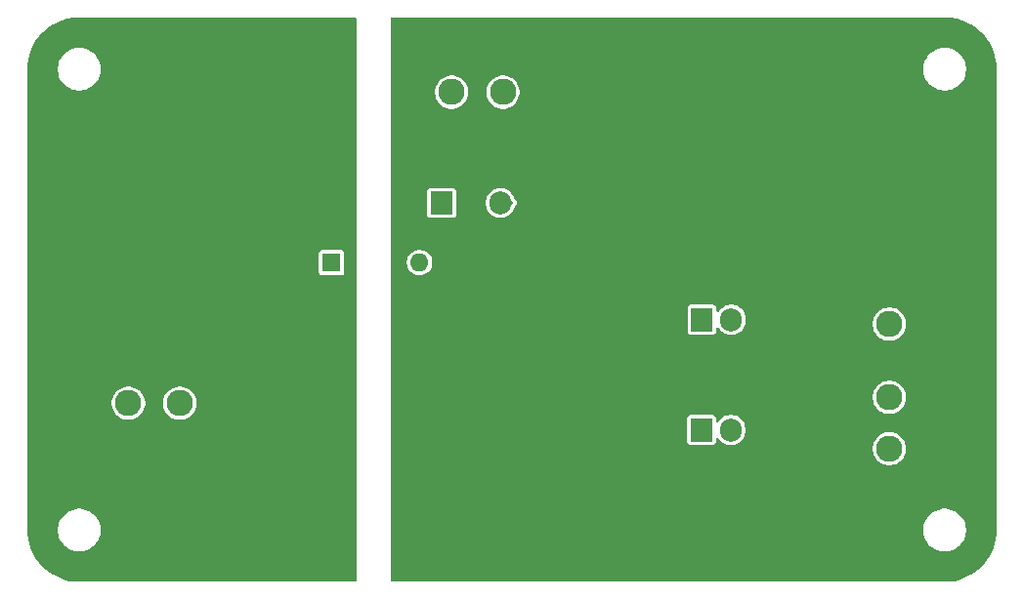
<source format=gbr>
%TF.GenerationSoftware,KiCad,Pcbnew,9.0.0*%
%TF.CreationDate,2025-04-18T20:07:31-05:00*%
%TF.ProjectId,RML,524d4c2e-6b69-4636-9164-5f7063625858,rev?*%
%TF.SameCoordinates,PX3473bc0PY2160ec0*%
%TF.FileFunction,Copper,L4,Bot*%
%TF.FilePolarity,Positive*%
%FSLAX46Y46*%
G04 Gerber Fmt 4.6, Leading zero omitted, Abs format (unit mm)*
G04 Created by KiCad (PCBNEW 9.0.0) date 2025-04-18 20:07:31*
%MOMM*%
%LPD*%
G01*
G04 APERTURE LIST*
%TA.AperFunction,ComponentPad*%
%ADD10R,1.905000X2.000000*%
%TD*%
%TA.AperFunction,ComponentPad*%
%ADD11O,1.905000X2.000000*%
%TD*%
%TA.AperFunction,ComponentPad*%
%ADD12R,1.600000X1.600000*%
%TD*%
%TA.AperFunction,ComponentPad*%
%ADD13O,1.600000X1.600000*%
%TD*%
%TA.AperFunction,ComponentPad*%
%ADD14C,2.286000*%
%TD*%
%TA.AperFunction,ViaPad*%
%ADD15C,0.800000*%
%TD*%
%TA.AperFunction,ViaPad*%
%ADD16C,0.700000*%
%TD*%
%TA.AperFunction,Conductor*%
%ADD17C,0.500000*%
%TD*%
G04 APERTURE END LIST*
D10*
%TO.P,Q102,1,G*%
%TO.N,/DRIVE*%
X58960000Y-26745000D03*
D11*
%TO.P,Q102,2,D*%
%TO.N,Net-(Q102-D)*%
X61500000Y-26745000D03*
%TO.P,Q102,3,S*%
%TO.N,GND*%
X64040000Y-26745000D03*
%TD*%
D12*
%TO.P,U103,1*%
%TO.N,12.5 mA*%
X26878000Y-21795000D03*
D13*
%TO.P,U103,2*%
%TO.N,GNDPWR*%
X26878000Y-24335000D03*
%TO.P,U103,3*%
%TO.N,GND*%
X34498000Y-24335000D03*
%TO.P,U103,4*%
%TO.N,Net-(R109-Pad2)*%
X34498000Y-21795000D03*
%TD*%
D14*
%TO.P,U101,1,1*%
%TO.N,352.8V*%
X13714000Y-34000000D03*
%TO.P,U101,2,2*%
%TO.N,GNDPWR*%
X20064000Y-34000000D03*
%TO.P,U101,3*%
%TO.N,N/C*%
X9269000Y-34000000D03*
%TD*%
%TO.P,U106,1,1*%
%TO.N,+12V*%
X41714000Y-7000000D03*
%TO.P,U106,2,2*%
%TO.N,GND*%
X48064000Y-7000000D03*
%TO.P,U106,3*%
%TO.N,N/C*%
X37269000Y-7000000D03*
%TD*%
D10*
%TO.P,U107,1,VI*%
%TO.N,+12V*%
X36420000Y-16611000D03*
D11*
%TO.P,U107,2,GND*%
%TO.N,GND*%
X38960000Y-16611000D03*
%TO.P,U107,3,VO*%
%TO.N,+5V*%
X41500000Y-16611000D03*
%TD*%
D10*
%TO.P,Q101,1,G*%
%TO.N,/DRIVE*%
X58920000Y-36300000D03*
D11*
%TO.P,Q101,2,D*%
%TO.N,Net-(Q101-D)*%
X61460000Y-36300000D03*
%TO.P,Q101,3,S*%
%TO.N,GND*%
X64000000Y-36300000D03*
%TD*%
D14*
%TO.P,U105,1,1*%
%TO.N,Net-(Q101-D)*%
X75200000Y-33486000D03*
%TO.P,U105,2,2*%
%TO.N,Net-(Q102-D)*%
X75200000Y-27136000D03*
%TO.P,U105,3*%
%TO.N,N/C*%
X75200000Y-37931000D03*
%TD*%
D15*
%TO.N,GND*%
X57500000Y-17500000D03*
X57500000Y-20000000D03*
X37500000Y-40000000D03*
X77500000Y-12500000D03*
X57500000Y-42500000D03*
X57500000Y-12500000D03*
X52500000Y-40000000D03*
X67500000Y-45000000D03*
X70000000Y-10000000D03*
X67500000Y-42500000D03*
X45000000Y-32500000D03*
X57500000Y-45000000D03*
X52500000Y-33000000D03*
X67500000Y-30000000D03*
X55000000Y-45000000D03*
X60000000Y-20000000D03*
X55000000Y-12500000D03*
X70000000Y-30000000D03*
X57500000Y-40000000D03*
X67500000Y-5000000D03*
X55000000Y-40000000D03*
X70000000Y-37500000D03*
X62500000Y-47500000D03*
X67500000Y-10000000D03*
X52500000Y-45000000D03*
X75000000Y-45000000D03*
X45000000Y-15000000D03*
X70000000Y-42500000D03*
X37500000Y-42500000D03*
X72500000Y-20000000D03*
X40000000Y-40000000D03*
X70000000Y-20000000D03*
X82500000Y-22500000D03*
X72500000Y-7500000D03*
X75000000Y-12500000D03*
X42500000Y-32500000D03*
X55000000Y-15000000D03*
X55000000Y-42500000D03*
X82500000Y-37500000D03*
X70000000Y-45000000D03*
D16*
X37100000Y-23600000D03*
D15*
X60000000Y-10000000D03*
X60000000Y-15000000D03*
X70000000Y-12500000D03*
X70000000Y-25000000D03*
X35000000Y-32500000D03*
X70000000Y-5000000D03*
X55000000Y-30000000D03*
X40000000Y-45000000D03*
X65000000Y-45000000D03*
X47500000Y-45000000D03*
X75000000Y-10000000D03*
X80000000Y-22500000D03*
X57500000Y-7500000D03*
X35000000Y-45000000D03*
X75000000Y-2500000D03*
X42500000Y-42500000D03*
X55000000Y-47500000D03*
X70000000Y-35000000D03*
X65000000Y-20000000D03*
X67500000Y-47500000D03*
X67500000Y-7500000D03*
X67500000Y-2500000D03*
X45000000Y-42500000D03*
X42500000Y-27500000D03*
X55000000Y-5000000D03*
X62500000Y-10000000D03*
X57500000Y-15000000D03*
X72500000Y-15000000D03*
X65000000Y-40000000D03*
X72500000Y-2500000D03*
X67500000Y-20000000D03*
X47500000Y-15000000D03*
X50000000Y-45000000D03*
X35000000Y-42500000D03*
X47500000Y-33000000D03*
X37500000Y-37500000D03*
X47500000Y-40000000D03*
X82500000Y-15000000D03*
X37500000Y-47500000D03*
X45000000Y-27500000D03*
X55000000Y-10000000D03*
X67500000Y-17500000D03*
X47500000Y-12500000D03*
X60000000Y-5000000D03*
X82500000Y-12500000D03*
X60000000Y-40000000D03*
X55000000Y-32500000D03*
X57500000Y-5000000D03*
X65000000Y-7500000D03*
X47500000Y-35000000D03*
X47500000Y-42500000D03*
X77500000Y-15000000D03*
X82500000Y-40000000D03*
X65000000Y-5000000D03*
X77500000Y-20000000D03*
X67500000Y-25000000D03*
X50000000Y-47500000D03*
X80000000Y-10000000D03*
X62500000Y-7500000D03*
X70000000Y-27500000D03*
X72500000Y-45000000D03*
X75000000Y-15000000D03*
X70000000Y-2500000D03*
X67500000Y-40000000D03*
X50000000Y-40000000D03*
X72500000Y-17500000D03*
X37500000Y-30000000D03*
X80000000Y-12500000D03*
X37500000Y-35000000D03*
X42500000Y-40000000D03*
X47500000Y-47500000D03*
X67500000Y-27500000D03*
X62500000Y-20000000D03*
X40000000Y-47500000D03*
X75000000Y-47500000D03*
X57500000Y-2500000D03*
X60000000Y-42500000D03*
D16*
X50076000Y-17740860D03*
D15*
X60000000Y-12500000D03*
X65000000Y-12500000D03*
X35000000Y-35000000D03*
X62500000Y-2500000D03*
X42500000Y-45000000D03*
X72500000Y-47500000D03*
X45000000Y-30000000D03*
X40000000Y-37500000D03*
X50000000Y-42500000D03*
X35000000Y-30000000D03*
X77500000Y-17500000D03*
D16*
X47576000Y-31340860D03*
D15*
X75000000Y-17500000D03*
X62500000Y-12500000D03*
X75000000Y-20000000D03*
X60000000Y-47500000D03*
X57500000Y-10000000D03*
D16*
X51300000Y-20900000D03*
D15*
X45000000Y-12500000D03*
X52500000Y-35000000D03*
X67500000Y-15000000D03*
X82500000Y-10000000D03*
X50000000Y-15000000D03*
D16*
X43500000Y-18800000D03*
D15*
X42500000Y-47500000D03*
X80000000Y-15000000D03*
X50000000Y-12500000D03*
X62500000Y-42500000D03*
X52500000Y-15000000D03*
X55000000Y-35000000D03*
X80000000Y-17500000D03*
X70000000Y-15000000D03*
X45000000Y-45000000D03*
X80000000Y-37500000D03*
X62500000Y-40000000D03*
X62500000Y-17500000D03*
X67500000Y-35000000D03*
X60000000Y-2500000D03*
X57500000Y-47500000D03*
X72500000Y-12500000D03*
X82500000Y-20000000D03*
X65000000Y-2500000D03*
X42500000Y-30000000D03*
D16*
X34700000Y-18800000D03*
D15*
X67500000Y-12500000D03*
X52500000Y-42500000D03*
X65000000Y-17500000D03*
X62500000Y-5000000D03*
X50000000Y-35000000D03*
X55000000Y-2500000D03*
X60000000Y-17500000D03*
X55000000Y-7500000D03*
X65000000Y-42500000D03*
X80000000Y-40000000D03*
X62500000Y-15000000D03*
X70000000Y-47500000D03*
X75000000Y-7500000D03*
X35000000Y-40000000D03*
X50000000Y-33000000D03*
X52500000Y-12500000D03*
X67500000Y-37500000D03*
X45000000Y-47500000D03*
X52500000Y-47500000D03*
X37500000Y-45000000D03*
X75000000Y-42500000D03*
X35000000Y-47500000D03*
X40000000Y-42500000D03*
X80000000Y-20000000D03*
D16*
X38600000Y-27000000D03*
D15*
X65000000Y-15000000D03*
X82500000Y-17500000D03*
X65000000Y-47500000D03*
X37500000Y-32500000D03*
X77500000Y-10000000D03*
X72500000Y-10000000D03*
X60000000Y-45000000D03*
X72500000Y-5000000D03*
X60000000Y-7500000D03*
X75000000Y-5000000D03*
X72500000Y-42500000D03*
X35000000Y-37500000D03*
X70000000Y-17500000D03*
X45000000Y-40000000D03*
X62500000Y-45000000D03*
X70000000Y-7500000D03*
X65000000Y-10000000D03*
X77500000Y-22500000D03*
%TO.N,GNDPWR*%
X2500000Y-10000000D03*
X2500000Y-40000000D03*
X25000000Y-20000000D03*
X7500000Y-17500000D03*
X25000000Y-30000000D03*
X20000000Y-25000000D03*
X27500000Y-7500000D03*
X2500000Y-12500000D03*
X22500000Y-22500000D03*
X5000000Y-40000000D03*
X2500000Y-27500000D03*
X25000000Y-47500000D03*
X10000000Y-47500000D03*
X25000000Y-32500000D03*
X7500000Y-25000000D03*
X22506701Y-7503820D03*
X12500000Y-2500000D03*
X5000000Y-27500000D03*
X2500000Y-30000000D03*
X27500000Y-45000000D03*
X20000000Y-27500000D03*
X5000000Y-12500000D03*
X2500000Y-37500000D03*
X10000000Y-42500000D03*
X25000000Y-35000000D03*
X27500000Y-42500000D03*
X5000000Y-25000000D03*
X12500000Y-45000000D03*
X20000000Y-20000000D03*
X2500000Y-22500000D03*
X7500000Y-22500000D03*
X25000000Y-45000000D03*
X5000000Y-35000000D03*
X20006701Y-7503820D03*
X15000000Y-47500000D03*
X12500000Y-5000000D03*
X7500000Y-27500000D03*
X20000000Y-22500000D03*
X27500000Y-2500000D03*
X25000000Y-40000000D03*
X24993299Y-2496180D03*
X25000000Y-25000000D03*
X17500000Y-2500000D03*
X17500000Y-7500000D03*
X17500000Y-45000000D03*
X22500000Y-25000000D03*
X5000000Y-32500000D03*
X20000000Y-42500000D03*
X5000000Y-22500000D03*
X22500000Y-47500000D03*
X20000000Y-47500000D03*
X2500000Y-17500000D03*
X7500000Y-20000000D03*
X25000000Y-22500000D03*
X12500000Y-7500000D03*
X27500000Y-32500000D03*
X7500000Y-12500000D03*
X27500000Y-5000000D03*
X5000000Y-10000000D03*
X15000000Y-7500000D03*
X7500000Y-15000000D03*
X20000000Y-40000000D03*
X7500000Y-10000000D03*
X10000000Y-7500000D03*
X10000000Y-5000000D03*
X5000000Y-20000000D03*
X27500000Y-47500000D03*
X22500000Y-27500000D03*
X25000000Y-42500000D03*
X2500000Y-32500000D03*
X27500000Y-37500000D03*
X10000000Y-2500000D03*
X25000000Y-7500000D03*
X22500000Y-2500000D03*
X5000000Y-30000000D03*
X2500000Y-35000000D03*
X20000000Y-45000000D03*
X10000000Y-45000000D03*
X27500000Y-40000000D03*
X5000000Y-17500000D03*
X5000000Y-15000000D03*
X27500000Y-30000000D03*
X2500000Y-20000000D03*
X12500000Y-47500000D03*
X2500000Y-25000000D03*
X15000000Y-45000000D03*
X17500000Y-47500000D03*
X22500000Y-45000000D03*
X25000000Y-37500000D03*
X5000000Y-37500000D03*
X22500000Y-40000000D03*
X22500000Y-42500000D03*
X25000000Y-27500000D03*
X2500000Y-15000000D03*
X27500000Y-35000000D03*
X15000000Y-2500000D03*
X7500000Y-40000000D03*
X20000000Y-2500000D03*
X22500000Y-20000000D03*
X27500000Y-27500000D03*
X10000000Y-40000000D03*
%TD*%
D17*
%TO.N,+5V*%
X42354548Y-16611000D02*
X41500000Y-16611000D01*
%TD*%
%TA.AperFunction,Conductor*%
%TO.N,GND*%
G36*
X80002702Y-500617D02*
G01*
X80386771Y-517386D01*
X80397506Y-518326D01*
X80775971Y-568152D01*
X80786597Y-570025D01*
X81159284Y-652648D01*
X81169710Y-655442D01*
X81533765Y-770227D01*
X81543911Y-773920D01*
X81896578Y-920000D01*
X81906369Y-924566D01*
X82244942Y-1100816D01*
X82254310Y-1106224D01*
X82576244Y-1311318D01*
X82585105Y-1317523D01*
X82887930Y-1549889D01*
X82896217Y-1556843D01*
X83177635Y-1814715D01*
X83185284Y-1822364D01*
X83443156Y-2103782D01*
X83450110Y-2112069D01*
X83682476Y-2414894D01*
X83688681Y-2423755D01*
X83893775Y-2745689D01*
X83899183Y-2755057D01*
X84075430Y-3093623D01*
X84080002Y-3103427D01*
X84226075Y-3456078D01*
X84229775Y-3466244D01*
X84344554Y-3830278D01*
X84347354Y-3840727D01*
X84429971Y-4213389D01*
X84431849Y-4224042D01*
X84481671Y-4602473D01*
X84482614Y-4613249D01*
X84499382Y-4997297D01*
X84499500Y-5002706D01*
X84499500Y-44997293D01*
X84499382Y-45002702D01*
X84482614Y-45386750D01*
X84481671Y-45397526D01*
X84431849Y-45775957D01*
X84429971Y-45786610D01*
X84347354Y-46159272D01*
X84344554Y-46169721D01*
X84229775Y-46533755D01*
X84226075Y-46543921D01*
X84080002Y-46896572D01*
X84075430Y-46906376D01*
X83899183Y-47244942D01*
X83893775Y-47254310D01*
X83688681Y-47576244D01*
X83682476Y-47585105D01*
X83450110Y-47887930D01*
X83443156Y-47896217D01*
X83185284Y-48177635D01*
X83177635Y-48185284D01*
X82896217Y-48443156D01*
X82887930Y-48450110D01*
X82585105Y-48682476D01*
X82576244Y-48688681D01*
X82254310Y-48893775D01*
X82244942Y-48899183D01*
X81906376Y-49075430D01*
X81896572Y-49080002D01*
X81543921Y-49226075D01*
X81533755Y-49229775D01*
X81169721Y-49344554D01*
X81159272Y-49347354D01*
X80786610Y-49429971D01*
X80775957Y-49431849D01*
X80397526Y-49481671D01*
X80386750Y-49482614D01*
X80002703Y-49499382D01*
X79997294Y-49499500D01*
X32124000Y-49499500D01*
X32056961Y-49479815D01*
X32011206Y-49427011D01*
X32000000Y-49375500D01*
X32000000Y-44878711D01*
X78149500Y-44878711D01*
X78149500Y-45121288D01*
X78181161Y-45361785D01*
X78243947Y-45596104D01*
X78336773Y-45820205D01*
X78336776Y-45820212D01*
X78458064Y-46030289D01*
X78458066Y-46030292D01*
X78458067Y-46030293D01*
X78605733Y-46222736D01*
X78605739Y-46222743D01*
X78777256Y-46394260D01*
X78777262Y-46394265D01*
X78969711Y-46541936D01*
X79179788Y-46663224D01*
X79403900Y-46756054D01*
X79638211Y-46818838D01*
X79818586Y-46842584D01*
X79878711Y-46850500D01*
X79878712Y-46850500D01*
X80121289Y-46850500D01*
X80169388Y-46844167D01*
X80361789Y-46818838D01*
X80596100Y-46756054D01*
X80820212Y-46663224D01*
X81030289Y-46541936D01*
X81222738Y-46394265D01*
X81394265Y-46222738D01*
X81541936Y-46030289D01*
X81663224Y-45820212D01*
X81756054Y-45596100D01*
X81818838Y-45361789D01*
X81850500Y-45121288D01*
X81850500Y-44878712D01*
X81818838Y-44638211D01*
X81756054Y-44403900D01*
X81663224Y-44179788D01*
X81541936Y-43969711D01*
X81394265Y-43777262D01*
X81394260Y-43777256D01*
X81222743Y-43605739D01*
X81222736Y-43605733D01*
X81030293Y-43458067D01*
X81030292Y-43458066D01*
X81030289Y-43458064D01*
X80820212Y-43336776D01*
X80820205Y-43336773D01*
X80596104Y-43243947D01*
X80361785Y-43181161D01*
X80121289Y-43149500D01*
X80121288Y-43149500D01*
X79878712Y-43149500D01*
X79878711Y-43149500D01*
X79638214Y-43181161D01*
X79403895Y-43243947D01*
X79179794Y-43336773D01*
X79179785Y-43336777D01*
X78969706Y-43458067D01*
X78777263Y-43605733D01*
X78777256Y-43605739D01*
X78605739Y-43777256D01*
X78605733Y-43777263D01*
X78458067Y-43969706D01*
X78336777Y-44179785D01*
X78336773Y-44179794D01*
X78243947Y-44403895D01*
X78181161Y-44638214D01*
X78149500Y-44878711D01*
X32000000Y-44878711D01*
X32000000Y-37817388D01*
X73756500Y-37817388D01*
X73756500Y-38044611D01*
X73792042Y-38269020D01*
X73862257Y-38485116D01*
X73965408Y-38687559D01*
X74098960Y-38871377D01*
X74259623Y-39032040D01*
X74443441Y-39165592D01*
X74539088Y-39214326D01*
X74645883Y-39268742D01*
X74645885Y-39268742D01*
X74645888Y-39268744D01*
X74761717Y-39306379D01*
X74861979Y-39338957D01*
X75086389Y-39374500D01*
X75086394Y-39374500D01*
X75313611Y-39374500D01*
X75538020Y-39338957D01*
X75754112Y-39268744D01*
X75956559Y-39165592D01*
X76140377Y-39032040D01*
X76301040Y-38871377D01*
X76434592Y-38687559D01*
X76537744Y-38485112D01*
X76607957Y-38269020D01*
X76643500Y-38044611D01*
X76643500Y-37817388D01*
X76607957Y-37592979D01*
X76575379Y-37492717D01*
X76537744Y-37376888D01*
X76537742Y-37376885D01*
X76537742Y-37376883D01*
X76434591Y-37174440D01*
X76426843Y-37163776D01*
X76301040Y-36990623D01*
X76140377Y-36829960D01*
X75956559Y-36696408D01*
X75754116Y-36593257D01*
X75538020Y-36523042D01*
X75313611Y-36487500D01*
X75313606Y-36487500D01*
X75086394Y-36487500D01*
X75086389Y-36487500D01*
X74861979Y-36523042D01*
X74645883Y-36593257D01*
X74443440Y-36696408D01*
X74338565Y-36772604D01*
X74259623Y-36829960D01*
X74259621Y-36829962D01*
X74259620Y-36829962D01*
X74098962Y-36990620D01*
X74098962Y-36990621D01*
X74098960Y-36990623D01*
X74041604Y-37069565D01*
X73965408Y-37174440D01*
X73862257Y-37376883D01*
X73792042Y-37592979D01*
X73756500Y-37817388D01*
X32000000Y-37817388D01*
X32000000Y-35255131D01*
X57667000Y-35255131D01*
X57667000Y-37344856D01*
X57667002Y-37344882D01*
X57669913Y-37369987D01*
X57669915Y-37369991D01*
X57715293Y-37472764D01*
X57715294Y-37472765D01*
X57794735Y-37552206D01*
X57897509Y-37597585D01*
X57922635Y-37600500D01*
X59917364Y-37600499D01*
X59917379Y-37600497D01*
X59917382Y-37600497D01*
X59942487Y-37597586D01*
X59942488Y-37597585D01*
X59942491Y-37597585D01*
X60045265Y-37552206D01*
X60124706Y-37472765D01*
X60170085Y-37369991D01*
X60173000Y-37344865D01*
X60172999Y-37089457D01*
X60192683Y-37022421D01*
X60245487Y-36976666D01*
X60314646Y-36966722D01*
X60378201Y-36995747D01*
X60397317Y-37016574D01*
X60504265Y-37163775D01*
X60643725Y-37303235D01*
X60803285Y-37419162D01*
X60908485Y-37472764D01*
X60979017Y-37508702D01*
X61072801Y-37539174D01*
X61166588Y-37569647D01*
X61256807Y-37583936D01*
X61361382Y-37600500D01*
X61361387Y-37600500D01*
X61558618Y-37600500D01*
X61653052Y-37585542D01*
X61753412Y-37569647D01*
X61940985Y-37508701D01*
X62116715Y-37419162D01*
X62276275Y-37303235D01*
X62415735Y-37163775D01*
X62531662Y-37004215D01*
X62621201Y-36828485D01*
X62682147Y-36640912D01*
X62706445Y-36487500D01*
X62713000Y-36446118D01*
X62713000Y-36153881D01*
X62695050Y-36040559D01*
X62682147Y-35959088D01*
X62621201Y-35771515D01*
X62531662Y-35595785D01*
X62415735Y-35436225D01*
X62276275Y-35296765D01*
X62116715Y-35180838D01*
X61940982Y-35091297D01*
X61753413Y-35030353D01*
X61558618Y-34999500D01*
X61558613Y-34999500D01*
X61361387Y-34999500D01*
X61361382Y-34999500D01*
X61166586Y-35030353D01*
X60979017Y-35091297D01*
X60803284Y-35180838D01*
X60643722Y-35296767D01*
X60504267Y-35436222D01*
X60504267Y-35436223D01*
X60504265Y-35436225D01*
X60450272Y-35510540D01*
X60397317Y-35583426D01*
X60341987Y-35626091D01*
X60272373Y-35632070D01*
X60210578Y-35599464D01*
X60176221Y-35538625D01*
X60172999Y-35510540D01*
X60172999Y-35255143D01*
X60172999Y-35255136D01*
X60172997Y-35255117D01*
X60170086Y-35230012D01*
X60170085Y-35230010D01*
X60170085Y-35230009D01*
X60124706Y-35127235D01*
X60045265Y-35047794D01*
X60005765Y-35030353D01*
X59942492Y-35002415D01*
X59917365Y-34999500D01*
X57922643Y-34999500D01*
X57922617Y-34999502D01*
X57897512Y-35002413D01*
X57897508Y-35002415D01*
X57794735Y-35047793D01*
X57715294Y-35127234D01*
X57669915Y-35230006D01*
X57669915Y-35230008D01*
X57667000Y-35255131D01*
X32000000Y-35255131D01*
X32000000Y-33372388D01*
X73756500Y-33372388D01*
X73756500Y-33599611D01*
X73792042Y-33824020D01*
X73862257Y-34040116D01*
X73965408Y-34242559D01*
X74098960Y-34426377D01*
X74259623Y-34587040D01*
X74443441Y-34720592D01*
X74539088Y-34769326D01*
X74645883Y-34823742D01*
X74645885Y-34823742D01*
X74645888Y-34823744D01*
X74761717Y-34861379D01*
X74861979Y-34893957D01*
X75086389Y-34929500D01*
X75086394Y-34929500D01*
X75313611Y-34929500D01*
X75538020Y-34893957D01*
X75754112Y-34823744D01*
X75956559Y-34720592D01*
X76140377Y-34587040D01*
X76301040Y-34426377D01*
X76434592Y-34242559D01*
X76537744Y-34040112D01*
X76607957Y-33824020D01*
X76643500Y-33599611D01*
X76643500Y-33372388D01*
X76607957Y-33147979D01*
X76537742Y-32931883D01*
X76434591Y-32729440D01*
X76301040Y-32545623D01*
X76140377Y-32384960D01*
X75956559Y-32251408D01*
X75754116Y-32148257D01*
X75538020Y-32078042D01*
X75313611Y-32042500D01*
X75313606Y-32042500D01*
X75086394Y-32042500D01*
X75086389Y-32042500D01*
X74861979Y-32078042D01*
X74645883Y-32148257D01*
X74443440Y-32251408D01*
X74338565Y-32327604D01*
X74259623Y-32384960D01*
X74259621Y-32384962D01*
X74259620Y-32384962D01*
X74098962Y-32545620D01*
X74098962Y-32545621D01*
X74098960Y-32545623D01*
X74041604Y-32624565D01*
X73965408Y-32729440D01*
X73862257Y-32931883D01*
X73792042Y-33147979D01*
X73756500Y-33372388D01*
X32000000Y-33372388D01*
X32000000Y-25700131D01*
X57707000Y-25700131D01*
X57707000Y-27789856D01*
X57707002Y-27789882D01*
X57709913Y-27814987D01*
X57709915Y-27814991D01*
X57755293Y-27917764D01*
X57755294Y-27917765D01*
X57834735Y-27997206D01*
X57937509Y-28042585D01*
X57962635Y-28045500D01*
X59957364Y-28045499D01*
X59957379Y-28045497D01*
X59957382Y-28045497D01*
X59982487Y-28042586D01*
X59982488Y-28042585D01*
X59982491Y-28042585D01*
X60085265Y-27997206D01*
X60164706Y-27917765D01*
X60210085Y-27814991D01*
X60213000Y-27789865D01*
X60212999Y-27534457D01*
X60232683Y-27467421D01*
X60285487Y-27421666D01*
X60354646Y-27411722D01*
X60418201Y-27440747D01*
X60437317Y-27461574D01*
X60544265Y-27608775D01*
X60683725Y-27748235D01*
X60843285Y-27864162D01*
X60948485Y-27917764D01*
X61019017Y-27953702D01*
X61112801Y-27984174D01*
X61206588Y-28014647D01*
X61296807Y-28028936D01*
X61401382Y-28045500D01*
X61401387Y-28045500D01*
X61598618Y-28045500D01*
X61693052Y-28030542D01*
X61793412Y-28014647D01*
X61980985Y-27953701D01*
X62156715Y-27864162D01*
X62316275Y-27748235D01*
X62455735Y-27608775D01*
X62571662Y-27449215D01*
X62661201Y-27273485D01*
X62722147Y-27085912D01*
X62732208Y-27022388D01*
X73756500Y-27022388D01*
X73756500Y-27249611D01*
X73792042Y-27474020D01*
X73862257Y-27690116D01*
X73913084Y-27789868D01*
X73965408Y-27892559D01*
X74098960Y-28076377D01*
X74259623Y-28237040D01*
X74443441Y-28370592D01*
X74539088Y-28419326D01*
X74645883Y-28473742D01*
X74645885Y-28473742D01*
X74645888Y-28473744D01*
X74761717Y-28511379D01*
X74861979Y-28543957D01*
X75086389Y-28579500D01*
X75086394Y-28579500D01*
X75313611Y-28579500D01*
X75538020Y-28543957D01*
X75754112Y-28473744D01*
X75956559Y-28370592D01*
X76140377Y-28237040D01*
X76301040Y-28076377D01*
X76434592Y-27892559D01*
X76537744Y-27690112D01*
X76607957Y-27474020D01*
X76617824Y-27411722D01*
X76643500Y-27249611D01*
X76643500Y-27022388D01*
X76607957Y-26797979D01*
X76537742Y-26581883D01*
X76434591Y-26379440D01*
X76301040Y-26195623D01*
X76140377Y-26034960D01*
X75956559Y-25901408D01*
X75916942Y-25881222D01*
X75754116Y-25798257D01*
X75538020Y-25728042D01*
X75313611Y-25692500D01*
X75313606Y-25692500D01*
X75086394Y-25692500D01*
X75086389Y-25692500D01*
X74861979Y-25728042D01*
X74645883Y-25798257D01*
X74443440Y-25901408D01*
X74368935Y-25955540D01*
X74259623Y-26034960D01*
X74259621Y-26034962D01*
X74259620Y-26034962D01*
X74098962Y-26195620D01*
X74098962Y-26195621D01*
X74098960Y-26195623D01*
X74083781Y-26216515D01*
X73965408Y-26379440D01*
X73862257Y-26581883D01*
X73792042Y-26797979D01*
X73756500Y-27022388D01*
X62732208Y-27022388D01*
X62736052Y-26998123D01*
X62736052Y-26998122D01*
X62753000Y-26891118D01*
X62753000Y-26598881D01*
X62735050Y-26485559D01*
X62722147Y-26404088D01*
X62661201Y-26216515D01*
X62571662Y-26040785D01*
X62455735Y-25881225D01*
X62316275Y-25741765D01*
X62156715Y-25625838D01*
X61980982Y-25536297D01*
X61793413Y-25475353D01*
X61598618Y-25444500D01*
X61598613Y-25444500D01*
X61401387Y-25444500D01*
X61401382Y-25444500D01*
X61206586Y-25475353D01*
X61019017Y-25536297D01*
X60843284Y-25625838D01*
X60683722Y-25741767D01*
X60544267Y-25881222D01*
X60544267Y-25881223D01*
X60544265Y-25881225D01*
X60490272Y-25955540D01*
X60437317Y-26028426D01*
X60381987Y-26071091D01*
X60312373Y-26077070D01*
X60250578Y-26044464D01*
X60216221Y-25983625D01*
X60212999Y-25955540D01*
X60212999Y-25700143D01*
X60212999Y-25700136D01*
X60212997Y-25700117D01*
X60210086Y-25675012D01*
X60210085Y-25675010D01*
X60210085Y-25675009D01*
X60164706Y-25572235D01*
X60085265Y-25492794D01*
X60045765Y-25475353D01*
X59982492Y-25447415D01*
X59957365Y-25444500D01*
X57962643Y-25444500D01*
X57962617Y-25444502D01*
X57937512Y-25447413D01*
X57937508Y-25447415D01*
X57834735Y-25492793D01*
X57755294Y-25572234D01*
X57709915Y-25675006D01*
X57709915Y-25675008D01*
X57707000Y-25700131D01*
X32000000Y-25700131D01*
X32000000Y-21708389D01*
X33397500Y-21708389D01*
X33397500Y-21881611D01*
X33424598Y-22052701D01*
X33478127Y-22217445D01*
X33556768Y-22371788D01*
X33658586Y-22511928D01*
X33781072Y-22634414D01*
X33921212Y-22736232D01*
X34075555Y-22814873D01*
X34240299Y-22868402D01*
X34411389Y-22895500D01*
X34411390Y-22895500D01*
X34584610Y-22895500D01*
X34584611Y-22895500D01*
X34755701Y-22868402D01*
X34920445Y-22814873D01*
X35074788Y-22736232D01*
X35214928Y-22634414D01*
X35337414Y-22511928D01*
X35439232Y-22371788D01*
X35517873Y-22217445D01*
X35571402Y-22052701D01*
X35598500Y-21881611D01*
X35598500Y-21708389D01*
X35571402Y-21537299D01*
X35517873Y-21372555D01*
X35439232Y-21218212D01*
X35337414Y-21078072D01*
X35214928Y-20955586D01*
X35074788Y-20853768D01*
X34920445Y-20775127D01*
X34755701Y-20721598D01*
X34755699Y-20721597D01*
X34755698Y-20721597D01*
X34624271Y-20700781D01*
X34584611Y-20694500D01*
X34411389Y-20694500D01*
X34371728Y-20700781D01*
X34240302Y-20721597D01*
X34075552Y-20775128D01*
X33921211Y-20853768D01*
X33841256Y-20911859D01*
X33781072Y-20955586D01*
X33781070Y-20955588D01*
X33781069Y-20955588D01*
X33658588Y-21078069D01*
X33658588Y-21078070D01*
X33658586Y-21078072D01*
X33614859Y-21138256D01*
X33556768Y-21218211D01*
X33478128Y-21372552D01*
X33424597Y-21537302D01*
X33397500Y-21708389D01*
X32000000Y-21708389D01*
X32000000Y-15566131D01*
X35167000Y-15566131D01*
X35167000Y-17655856D01*
X35167002Y-17655882D01*
X35169913Y-17680987D01*
X35169915Y-17680991D01*
X35215293Y-17783764D01*
X35215294Y-17783765D01*
X35294735Y-17863206D01*
X35397509Y-17908585D01*
X35422635Y-17911500D01*
X37417364Y-17911499D01*
X37417379Y-17911497D01*
X37417382Y-17911497D01*
X37442487Y-17908586D01*
X37442488Y-17908585D01*
X37442491Y-17908585D01*
X37545265Y-17863206D01*
X37624706Y-17783765D01*
X37670085Y-17680991D01*
X37673000Y-17655865D01*
X37672999Y-16464881D01*
X40247000Y-16464881D01*
X40247000Y-16757118D01*
X40277853Y-16951913D01*
X40338797Y-17139482D01*
X40338799Y-17139485D01*
X40428338Y-17315215D01*
X40544265Y-17474775D01*
X40683725Y-17614235D01*
X40843285Y-17730162D01*
X40948485Y-17783764D01*
X41019017Y-17819702D01*
X41112801Y-17850174D01*
X41206588Y-17880647D01*
X41296807Y-17894936D01*
X41401382Y-17911500D01*
X41401387Y-17911500D01*
X41598618Y-17911500D01*
X41693052Y-17896542D01*
X41793412Y-17880647D01*
X41980985Y-17819701D01*
X42156715Y-17730162D01*
X42316275Y-17614235D01*
X42455735Y-17474775D01*
X42571662Y-17315215D01*
X42661201Y-17139485D01*
X42679249Y-17083936D01*
X42709494Y-17034577D01*
X42795057Y-16949015D01*
X42867532Y-16823485D01*
X42905048Y-16683475D01*
X42905048Y-16538525D01*
X42867532Y-16398515D01*
X42795057Y-16272985D01*
X42709499Y-16187427D01*
X42679249Y-16138064D01*
X42661201Y-16082515D01*
X42571662Y-15906785D01*
X42455735Y-15747225D01*
X42316275Y-15607765D01*
X42156715Y-15491838D01*
X41980982Y-15402297D01*
X41793413Y-15341353D01*
X41598618Y-15310500D01*
X41598613Y-15310500D01*
X41401387Y-15310500D01*
X41401382Y-15310500D01*
X41206586Y-15341353D01*
X41019017Y-15402297D01*
X40843284Y-15491838D01*
X40683722Y-15607767D01*
X40544267Y-15747222D01*
X40428338Y-15906784D01*
X40338797Y-16082517D01*
X40277853Y-16270086D01*
X40247000Y-16464881D01*
X37672999Y-16464881D01*
X37672999Y-15566136D01*
X37672997Y-15566117D01*
X37670086Y-15541012D01*
X37670085Y-15541010D01*
X37670085Y-15541009D01*
X37624706Y-15438235D01*
X37545265Y-15358794D01*
X37505765Y-15341353D01*
X37442492Y-15313415D01*
X37417365Y-15310500D01*
X35422643Y-15310500D01*
X35422617Y-15310502D01*
X35397512Y-15313413D01*
X35397508Y-15313415D01*
X35294735Y-15358793D01*
X35215294Y-15438234D01*
X35169915Y-15541006D01*
X35169915Y-15541008D01*
X35167000Y-15566131D01*
X32000000Y-15566131D01*
X32000000Y-6886388D01*
X35825500Y-6886388D01*
X35825500Y-7113611D01*
X35861042Y-7338020D01*
X35931257Y-7554116D01*
X36034408Y-7756559D01*
X36167960Y-7940377D01*
X36328623Y-8101040D01*
X36512441Y-8234592D01*
X36608088Y-8283326D01*
X36714883Y-8337742D01*
X36714885Y-8337742D01*
X36714888Y-8337744D01*
X36830717Y-8375379D01*
X36930979Y-8407957D01*
X37155389Y-8443500D01*
X37155394Y-8443500D01*
X37382611Y-8443500D01*
X37607020Y-8407957D01*
X37823112Y-8337744D01*
X38025559Y-8234592D01*
X38209377Y-8101040D01*
X38370040Y-7940377D01*
X38503592Y-7756559D01*
X38606744Y-7554112D01*
X38676957Y-7338020D01*
X38712500Y-7113611D01*
X38712500Y-6886388D01*
X40270500Y-6886388D01*
X40270500Y-7113611D01*
X40306042Y-7338020D01*
X40376257Y-7554116D01*
X40479408Y-7756559D01*
X40612960Y-7940377D01*
X40773623Y-8101040D01*
X40957441Y-8234592D01*
X41053088Y-8283326D01*
X41159883Y-8337742D01*
X41159885Y-8337742D01*
X41159888Y-8337744D01*
X41275717Y-8375379D01*
X41375979Y-8407957D01*
X41600389Y-8443500D01*
X41600394Y-8443500D01*
X41827611Y-8443500D01*
X42052020Y-8407957D01*
X42268112Y-8337744D01*
X42470559Y-8234592D01*
X42654377Y-8101040D01*
X42815040Y-7940377D01*
X42948592Y-7756559D01*
X43051744Y-7554112D01*
X43121957Y-7338020D01*
X43157500Y-7113611D01*
X43157500Y-6886388D01*
X43121957Y-6661979D01*
X43051742Y-6445883D01*
X42948591Y-6243440D01*
X42933550Y-6222738D01*
X42815040Y-6059623D01*
X42654377Y-5898960D01*
X42470559Y-5765408D01*
X42268116Y-5662257D01*
X42052020Y-5592042D01*
X41827611Y-5556500D01*
X41827606Y-5556500D01*
X41600394Y-5556500D01*
X41600389Y-5556500D01*
X41375979Y-5592042D01*
X41159883Y-5662257D01*
X40957440Y-5765408D01*
X40882010Y-5820212D01*
X40773623Y-5898960D01*
X40773621Y-5898962D01*
X40773620Y-5898962D01*
X40612962Y-6059620D01*
X40612962Y-6059621D01*
X40612960Y-6059623D01*
X40555604Y-6138565D01*
X40479408Y-6243440D01*
X40376257Y-6445883D01*
X40306042Y-6661979D01*
X40270500Y-6886388D01*
X38712500Y-6886388D01*
X38676957Y-6661979D01*
X38606742Y-6445883D01*
X38503591Y-6243440D01*
X38488550Y-6222738D01*
X38370040Y-6059623D01*
X38209377Y-5898960D01*
X38025559Y-5765408D01*
X37823116Y-5662257D01*
X37607020Y-5592042D01*
X37382611Y-5556500D01*
X37382606Y-5556500D01*
X37155394Y-5556500D01*
X37155389Y-5556500D01*
X36930979Y-5592042D01*
X36714883Y-5662257D01*
X36512440Y-5765408D01*
X36437010Y-5820212D01*
X36328623Y-5898960D01*
X36328621Y-5898962D01*
X36328620Y-5898962D01*
X36167962Y-6059620D01*
X36167962Y-6059621D01*
X36167960Y-6059623D01*
X36110604Y-6138565D01*
X36034408Y-6243440D01*
X35931257Y-6445883D01*
X35861042Y-6661979D01*
X35825500Y-6886388D01*
X32000000Y-6886388D01*
X32000000Y-4878711D01*
X78149500Y-4878711D01*
X78149500Y-5121288D01*
X78181161Y-5361785D01*
X78243947Y-5596104D01*
X78271349Y-5662257D01*
X78336776Y-5820212D01*
X78458064Y-6030289D01*
X78458066Y-6030292D01*
X78458067Y-6030293D01*
X78605733Y-6222736D01*
X78605739Y-6222743D01*
X78777256Y-6394260D01*
X78777263Y-6394266D01*
X78890321Y-6481018D01*
X78969711Y-6541936D01*
X79179788Y-6663224D01*
X79403900Y-6756054D01*
X79638211Y-6818838D01*
X79818586Y-6842584D01*
X79878711Y-6850500D01*
X79878712Y-6850500D01*
X80121289Y-6850500D01*
X80169388Y-6844167D01*
X80361789Y-6818838D01*
X80596100Y-6756054D01*
X80820212Y-6663224D01*
X81030289Y-6541936D01*
X81222738Y-6394265D01*
X81394265Y-6222738D01*
X81541936Y-6030289D01*
X81663224Y-5820212D01*
X81756054Y-5596100D01*
X81818838Y-5361789D01*
X81850500Y-5121288D01*
X81850500Y-4878712D01*
X81818838Y-4638211D01*
X81756054Y-4403900D01*
X81663224Y-4179788D01*
X81541936Y-3969711D01*
X81394265Y-3777262D01*
X81394260Y-3777256D01*
X81222743Y-3605739D01*
X81222736Y-3605733D01*
X81030293Y-3458067D01*
X81030292Y-3458066D01*
X81030289Y-3458064D01*
X80820212Y-3336776D01*
X80820205Y-3336773D01*
X80596104Y-3243947D01*
X80361785Y-3181161D01*
X80121289Y-3149500D01*
X80121288Y-3149500D01*
X79878712Y-3149500D01*
X79878711Y-3149500D01*
X79638214Y-3181161D01*
X79403895Y-3243947D01*
X79179794Y-3336773D01*
X79179785Y-3336777D01*
X78969706Y-3458067D01*
X78777263Y-3605733D01*
X78777256Y-3605739D01*
X78605739Y-3777256D01*
X78605733Y-3777263D01*
X78458067Y-3969706D01*
X78336777Y-4179785D01*
X78336773Y-4179794D01*
X78243947Y-4403895D01*
X78181161Y-4638214D01*
X78149500Y-4878711D01*
X32000000Y-4878711D01*
X32000000Y-624500D01*
X32019685Y-557461D01*
X32072489Y-511706D01*
X32124000Y-500500D01*
X79934108Y-500500D01*
X79997294Y-500500D01*
X80002702Y-500617D01*
G37*
%TD.AperFunction*%
%TD*%
%TA.AperFunction,Conductor*%
%TO.N,GNDPWR*%
G36*
X28943039Y-520185D02*
G01*
X28988794Y-572989D01*
X29000000Y-624500D01*
X29000000Y-49375500D01*
X28980315Y-49442539D01*
X28927511Y-49488294D01*
X28876000Y-49499500D01*
X5002706Y-49499500D01*
X4997297Y-49499382D01*
X4613249Y-49482614D01*
X4602473Y-49481671D01*
X4224042Y-49431849D01*
X4213389Y-49429971D01*
X3840727Y-49347354D01*
X3830278Y-49344554D01*
X3466244Y-49229775D01*
X3456078Y-49226075D01*
X3103427Y-49080002D01*
X3093623Y-49075430D01*
X2755057Y-48899183D01*
X2745689Y-48893775D01*
X2423755Y-48688681D01*
X2414894Y-48682476D01*
X2112069Y-48450110D01*
X2103782Y-48443156D01*
X1822364Y-48185284D01*
X1814715Y-48177635D01*
X1556843Y-47896217D01*
X1549889Y-47887930D01*
X1317523Y-47585105D01*
X1311318Y-47576244D01*
X1106224Y-47254310D01*
X1100816Y-47244942D01*
X924569Y-46906376D01*
X919997Y-46896572D01*
X773920Y-46543911D01*
X770224Y-46533755D01*
X655442Y-46169710D01*
X652648Y-46159284D01*
X570025Y-45786597D01*
X568152Y-45775971D01*
X518326Y-45397506D01*
X517386Y-45386771D01*
X500618Y-45002702D01*
X500500Y-44997293D01*
X500500Y-44878711D01*
X3149500Y-44878711D01*
X3149500Y-45121288D01*
X3181161Y-45361785D01*
X3243947Y-45596104D01*
X3336773Y-45820205D01*
X3336776Y-45820212D01*
X3458064Y-46030289D01*
X3458066Y-46030292D01*
X3458067Y-46030293D01*
X3605733Y-46222736D01*
X3605739Y-46222743D01*
X3777256Y-46394260D01*
X3777262Y-46394265D01*
X3969711Y-46541936D01*
X4179788Y-46663224D01*
X4403900Y-46756054D01*
X4638211Y-46818838D01*
X4818586Y-46842584D01*
X4878711Y-46850500D01*
X4878712Y-46850500D01*
X5121289Y-46850500D01*
X5169388Y-46844167D01*
X5361789Y-46818838D01*
X5596100Y-46756054D01*
X5820212Y-46663224D01*
X6030289Y-46541936D01*
X6222738Y-46394265D01*
X6394265Y-46222738D01*
X6541936Y-46030289D01*
X6663224Y-45820212D01*
X6756054Y-45596100D01*
X6818838Y-45361789D01*
X6850500Y-45121288D01*
X6850500Y-44878712D01*
X6818838Y-44638211D01*
X6756054Y-44403900D01*
X6663224Y-44179788D01*
X6541936Y-43969711D01*
X6394265Y-43777262D01*
X6394260Y-43777256D01*
X6222743Y-43605739D01*
X6222736Y-43605733D01*
X6030293Y-43458067D01*
X6030292Y-43458066D01*
X6030289Y-43458064D01*
X5820212Y-43336776D01*
X5820205Y-43336773D01*
X5596104Y-43243947D01*
X5361785Y-43181161D01*
X5121289Y-43149500D01*
X5121288Y-43149500D01*
X4878712Y-43149500D01*
X4878711Y-43149500D01*
X4638214Y-43181161D01*
X4403895Y-43243947D01*
X4179794Y-43336773D01*
X4179785Y-43336777D01*
X3969706Y-43458067D01*
X3777263Y-43605733D01*
X3777256Y-43605739D01*
X3605739Y-43777256D01*
X3605733Y-43777263D01*
X3458067Y-43969706D01*
X3336777Y-44179785D01*
X3336773Y-44179794D01*
X3243947Y-44403895D01*
X3181161Y-44638214D01*
X3149500Y-44878711D01*
X500500Y-44878711D01*
X500500Y-33886388D01*
X7825500Y-33886388D01*
X7825500Y-34113611D01*
X7861042Y-34338020D01*
X7931257Y-34554116D01*
X8034408Y-34756559D01*
X8167960Y-34940377D01*
X8328623Y-35101040D01*
X8512441Y-35234592D01*
X8608088Y-35283326D01*
X8714883Y-35337742D01*
X8714885Y-35337742D01*
X8714888Y-35337744D01*
X8830717Y-35375379D01*
X8930979Y-35407957D01*
X9155389Y-35443500D01*
X9155394Y-35443500D01*
X9382611Y-35443500D01*
X9607020Y-35407957D01*
X9823112Y-35337744D01*
X10025559Y-35234592D01*
X10209377Y-35101040D01*
X10370040Y-34940377D01*
X10503592Y-34756559D01*
X10606744Y-34554112D01*
X10676957Y-34338020D01*
X10712500Y-34113611D01*
X10712500Y-33886388D01*
X12270500Y-33886388D01*
X12270500Y-34113611D01*
X12306042Y-34338020D01*
X12376257Y-34554116D01*
X12479408Y-34756559D01*
X12612960Y-34940377D01*
X12773623Y-35101040D01*
X12957441Y-35234592D01*
X13053088Y-35283326D01*
X13159883Y-35337742D01*
X13159885Y-35337742D01*
X13159888Y-35337744D01*
X13275717Y-35375379D01*
X13375979Y-35407957D01*
X13600389Y-35443500D01*
X13600394Y-35443500D01*
X13827611Y-35443500D01*
X14052020Y-35407957D01*
X14268112Y-35337744D01*
X14470559Y-35234592D01*
X14654377Y-35101040D01*
X14815040Y-34940377D01*
X14948592Y-34756559D01*
X15051744Y-34554112D01*
X15121957Y-34338020D01*
X15157500Y-34113611D01*
X15157500Y-33886388D01*
X15121957Y-33661979D01*
X15051742Y-33445883D01*
X14948591Y-33243440D01*
X14815040Y-33059623D01*
X14654377Y-32898960D01*
X14470559Y-32765408D01*
X14268116Y-32662257D01*
X14052020Y-32592042D01*
X13827611Y-32556500D01*
X13827606Y-32556500D01*
X13600394Y-32556500D01*
X13600389Y-32556500D01*
X13375979Y-32592042D01*
X13159883Y-32662257D01*
X12957440Y-32765408D01*
X12852565Y-32841604D01*
X12773623Y-32898960D01*
X12773621Y-32898962D01*
X12773620Y-32898962D01*
X12612962Y-33059620D01*
X12612962Y-33059621D01*
X12612960Y-33059623D01*
X12555604Y-33138565D01*
X12479408Y-33243440D01*
X12376257Y-33445883D01*
X12306042Y-33661979D01*
X12270500Y-33886388D01*
X10712500Y-33886388D01*
X10676957Y-33661979D01*
X10606742Y-33445883D01*
X10503591Y-33243440D01*
X10370040Y-33059623D01*
X10209377Y-32898960D01*
X10025559Y-32765408D01*
X9823116Y-32662257D01*
X9607020Y-32592042D01*
X9382611Y-32556500D01*
X9382606Y-32556500D01*
X9155394Y-32556500D01*
X9155389Y-32556500D01*
X8930979Y-32592042D01*
X8714883Y-32662257D01*
X8512440Y-32765408D01*
X8407565Y-32841604D01*
X8328623Y-32898960D01*
X8328621Y-32898962D01*
X8328620Y-32898962D01*
X8167962Y-33059620D01*
X8167962Y-33059621D01*
X8167960Y-33059623D01*
X8110604Y-33138565D01*
X8034408Y-33243440D01*
X7931257Y-33445883D01*
X7861042Y-33661979D01*
X7825500Y-33886388D01*
X500500Y-33886388D01*
X500500Y-20950131D01*
X25777500Y-20950131D01*
X25777500Y-22639856D01*
X25777502Y-22639882D01*
X25780413Y-22664987D01*
X25780415Y-22664991D01*
X25825793Y-22767764D01*
X25825794Y-22767765D01*
X25905235Y-22847206D01*
X26008009Y-22892585D01*
X26033135Y-22895500D01*
X27722864Y-22895499D01*
X27722879Y-22895497D01*
X27722882Y-22895497D01*
X27747987Y-22892586D01*
X27747988Y-22892585D01*
X27747991Y-22892585D01*
X27850765Y-22847206D01*
X27930206Y-22767765D01*
X27975585Y-22664991D01*
X27978500Y-22639865D01*
X27978499Y-20950136D01*
X27978497Y-20950117D01*
X27975586Y-20925012D01*
X27975585Y-20925010D01*
X27975585Y-20925009D01*
X27930206Y-20822235D01*
X27850765Y-20742794D01*
X27850763Y-20742793D01*
X27747992Y-20697415D01*
X27722865Y-20694500D01*
X26033143Y-20694500D01*
X26033117Y-20694502D01*
X26008012Y-20697413D01*
X26008008Y-20697415D01*
X25905235Y-20742793D01*
X25825794Y-20822234D01*
X25780415Y-20925006D01*
X25780415Y-20925008D01*
X25777500Y-20950131D01*
X500500Y-20950131D01*
X500500Y-5002706D01*
X500618Y-4997297D01*
X505796Y-4878711D01*
X3149500Y-4878711D01*
X3149500Y-5121288D01*
X3181161Y-5361785D01*
X3243947Y-5596104D01*
X3336773Y-5820205D01*
X3336776Y-5820212D01*
X3458064Y-6030289D01*
X3458066Y-6030292D01*
X3458067Y-6030293D01*
X3605733Y-6222736D01*
X3605739Y-6222743D01*
X3777256Y-6394260D01*
X3777262Y-6394265D01*
X3969711Y-6541936D01*
X4179788Y-6663224D01*
X4403900Y-6756054D01*
X4638211Y-6818838D01*
X4818586Y-6842584D01*
X4878711Y-6850500D01*
X4878712Y-6850500D01*
X5121289Y-6850500D01*
X5169388Y-6844167D01*
X5361789Y-6818838D01*
X5596100Y-6756054D01*
X5820212Y-6663224D01*
X6030289Y-6541936D01*
X6222738Y-6394265D01*
X6394265Y-6222738D01*
X6541936Y-6030289D01*
X6663224Y-5820212D01*
X6756054Y-5596100D01*
X6818838Y-5361789D01*
X6850500Y-5121288D01*
X6850500Y-4878712D01*
X6849253Y-4869243D01*
X6818838Y-4638214D01*
X6818838Y-4638211D01*
X6756054Y-4403900D01*
X6663224Y-4179788D01*
X6541936Y-3969711D01*
X6394265Y-3777262D01*
X6394260Y-3777256D01*
X6222743Y-3605739D01*
X6222736Y-3605733D01*
X6030293Y-3458067D01*
X6030292Y-3458066D01*
X6030289Y-3458064D01*
X5820212Y-3336776D01*
X5820205Y-3336773D01*
X5596104Y-3243947D01*
X5361785Y-3181161D01*
X5121289Y-3149500D01*
X5121288Y-3149500D01*
X4878712Y-3149500D01*
X4878711Y-3149500D01*
X4638214Y-3181161D01*
X4403895Y-3243947D01*
X4179794Y-3336773D01*
X4179785Y-3336777D01*
X3969706Y-3458067D01*
X3777263Y-3605733D01*
X3777256Y-3605739D01*
X3605739Y-3777256D01*
X3605733Y-3777263D01*
X3458067Y-3969706D01*
X3336777Y-4179785D01*
X3336773Y-4179794D01*
X3243947Y-4403895D01*
X3181161Y-4638214D01*
X3149500Y-4878711D01*
X505796Y-4878711D01*
X506209Y-4869244D01*
X506209Y-4869243D01*
X510433Y-4772498D01*
X517386Y-4613228D01*
X518326Y-4602495D01*
X568152Y-4224025D01*
X570025Y-4213405D01*
X652649Y-3840709D01*
X655440Y-3830295D01*
X770230Y-3466227D01*
X773917Y-3456095D01*
X920003Y-3103412D01*
X924561Y-3093638D01*
X1100822Y-2755045D01*
X1106217Y-2745700D01*
X1311325Y-2423744D01*
X1317515Y-2414905D01*
X1549896Y-2112060D01*
X1556834Y-2103791D01*
X1814726Y-1822352D01*
X1822352Y-1814726D01*
X2103791Y-1556834D01*
X2112060Y-1549896D01*
X2414905Y-1317515D01*
X2423744Y-1311325D01*
X2745700Y-1106217D01*
X2755045Y-1100822D01*
X3093638Y-924561D01*
X3103412Y-920003D01*
X3456095Y-773917D01*
X3466227Y-770230D01*
X3830295Y-655440D01*
X3840709Y-652649D01*
X4213405Y-570025D01*
X4224025Y-568152D01*
X4602495Y-518326D01*
X4613226Y-517386D01*
X4997297Y-500617D01*
X5002706Y-500500D01*
X28876000Y-500500D01*
X28943039Y-520185D01*
G37*
%TD.AperFunction*%
%TD*%
M02*

</source>
